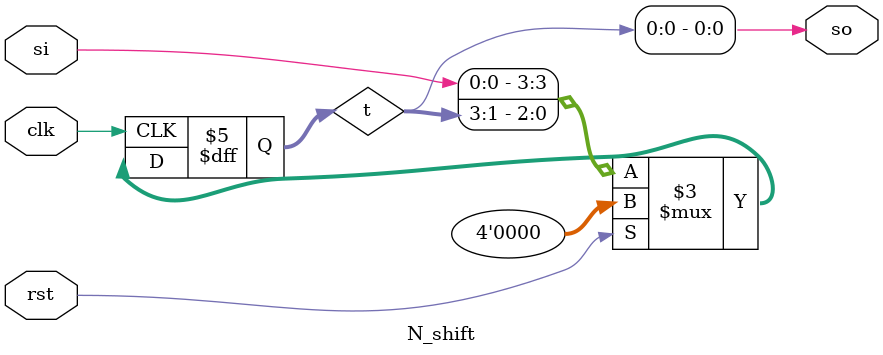
<source format=v>
module N_shift(clk,rst,si,so);
	
	parameter N=4;
	input si,clk,rst;
	output  so;

	reg [(N-1):0] t;


	always@(posedge clk)
		begin

		if(rst)
		t<=0;
		else
		t <= {si,t[(N-1):1]};

		end
	assign so = t[0];

endmodule

	

</source>
